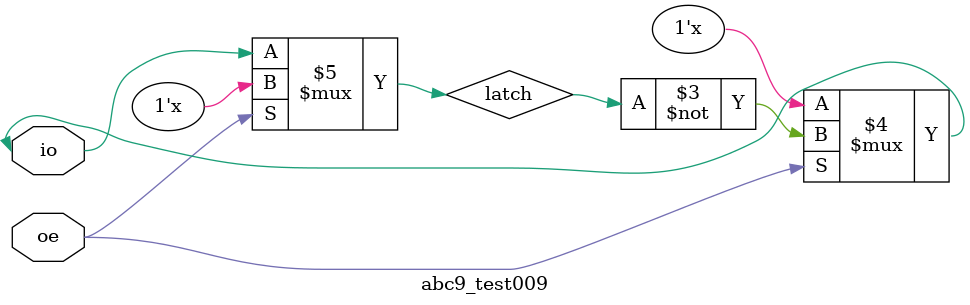
<source format=v>
module abc9_test009(inout io, input oe);
reg latch;
always @(io or oe)
    if (!oe)
        latch <= io;
assign io = oe ? ~latch : 1'bz;
endmodule
</source>
